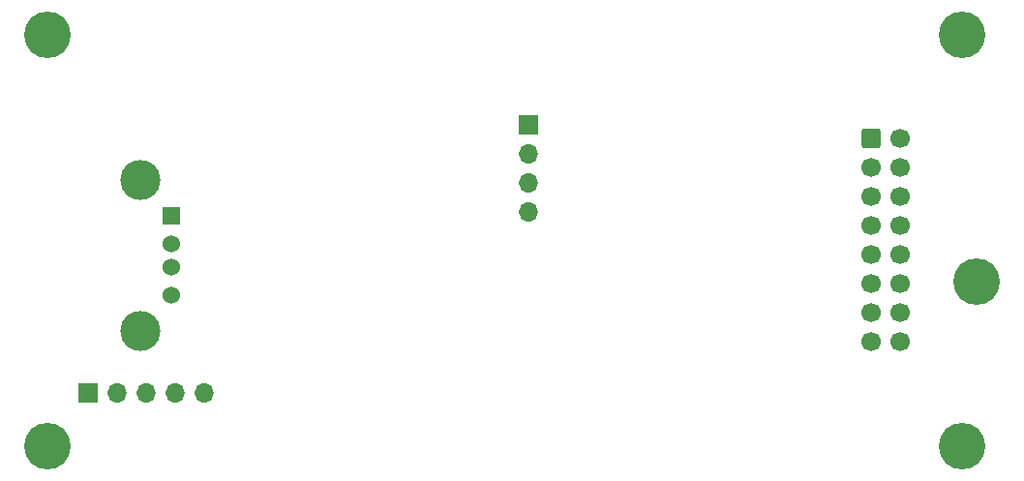
<source format=gbs>
G04 #@! TF.GenerationSoftware,KiCad,Pcbnew,7.0.10-7.0.10~ubuntu20.04.1*
G04 #@! TF.CreationDate,2024-01-07T18:49:02+01:00*
G04 #@! TF.ProjectId,msx-omega-usbkeybctrl,6d73782d-6f6d-4656-9761-2d7573626b65,A*
G04 #@! TF.SameCoordinates,Original*
G04 #@! TF.FileFunction,Soldermask,Bot*
G04 #@! TF.FilePolarity,Negative*
%FSLAX46Y46*%
G04 Gerber Fmt 4.6, Leading zero omitted, Abs format (unit mm)*
G04 Created by KiCad (PCBNEW 7.0.10-7.0.10~ubuntu20.04.1) date 2024-01-07 18:49:02*
%MOMM*%
%LPD*%
G01*
G04 APERTURE LIST*
G04 Aperture macros list*
%AMRoundRect*
0 Rectangle with rounded corners*
0 $1 Rounding radius*
0 $2 $3 $4 $5 $6 $7 $8 $9 X,Y pos of 4 corners*
0 Add a 4 corners polygon primitive as box body*
4,1,4,$2,$3,$4,$5,$6,$7,$8,$9,$2,$3,0*
0 Add four circle primitives for the rounded corners*
1,1,$1+$1,$2,$3*
1,1,$1+$1,$4,$5*
1,1,$1+$1,$6,$7*
1,1,$1+$1,$8,$9*
0 Add four rect primitives between the rounded corners*
20,1,$1+$1,$2,$3,$4,$5,0*
20,1,$1+$1,$4,$5,$6,$7,0*
20,1,$1+$1,$6,$7,$8,$9,0*
20,1,$1+$1,$8,$9,$2,$3,0*%
G04 Aperture macros list end*
%ADD10C,4.064000*%
%ADD11R,1.700000X1.700000*%
%ADD12O,1.700000X1.700000*%
%ADD13RoundRect,0.250000X-0.600000X-0.600000X0.600000X-0.600000X0.600000X0.600000X-0.600000X0.600000X0*%
%ADD14C,1.700000*%
%ADD15R,1.524000X1.524000*%
%ADD16C,1.524000*%
%ADD17C,3.500000*%
G04 APERTURE END LIST*
D10*
X132800000Y-60200000D03*
D11*
X94900000Y-68060000D03*
D12*
X94900000Y-70600000D03*
X94900000Y-73140000D03*
X94900000Y-75680000D03*
D13*
X124800000Y-69300000D03*
D14*
X127340000Y-69300000D03*
X124800000Y-71840000D03*
X127340000Y-71840000D03*
X124800000Y-74380000D03*
X127340000Y-74380000D03*
X124800000Y-76920000D03*
X127340000Y-76920000D03*
X124800000Y-79460000D03*
X127340000Y-79460000D03*
X124800000Y-82000000D03*
X127340000Y-82000000D03*
X124800000Y-84540000D03*
X127340000Y-84540000D03*
X124800000Y-87080000D03*
X127340000Y-87080000D03*
D15*
X63600000Y-76000000D03*
D16*
X63600000Y-78500000D03*
X63600000Y-80500000D03*
X63600000Y-83000000D03*
D17*
X60890000Y-72930000D03*
X60890000Y-86070000D03*
D10*
X52800000Y-96200000D03*
X52800000Y-60200000D03*
D11*
X56300000Y-91500000D03*
D12*
X58840000Y-91500000D03*
X61380000Y-91500000D03*
X63920000Y-91500000D03*
X66460000Y-91500000D03*
D10*
X132800000Y-96200000D03*
X134080000Y-81790000D03*
M02*

</source>
